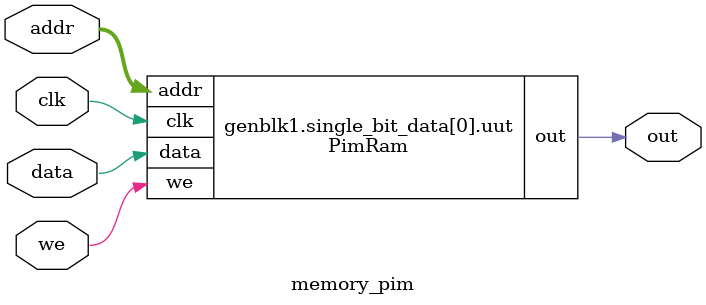
<source format=v>
/****************************************************************

# Description: Performing a recursive depth splitting for 		#

#			   memory_pim memory hard blocks				#

#																#

# Author: Seyed Alireza Damghani (sdamghann@gmail.com)   		#

****************************************************************/



`timescale 1ps/1ps



`define MEM_MAXADDR 9

`define MEM_MAXDATA 36



// depth and data may need to be splited

module memory_pim(clk, we, addr, data, out);



    parameter ADDR_WIDTH = `MEM_MAXADDR;

    parameter DATA_WIDTH = 1;



    input clk;

    input we;

    input [ADDR_WIDTH - 1:0] addr;

    input [DATA_WIDTH - 1:0] data;

    

    output reg [DATA_WIDTH - 1:0] out;    



	genvar i;

	generate 

		// split in depth

		if (ADDR_WIDTH > `MEM_MAXADDR)

		begin

			

            wire [ADDR_WIDTH-2:0] new_addr = addr[ADDR_WIDTH-2:0];

            wire [DATA_WIDTH-1:0] out_h, out_l;





            defparam uut_h.ADDR_WIDTH = ADDR_WIDTH-1;

            defparam uut_h.DATA_WIDTH = DATA_WIDTH;

            memory_pim uut_h (

                .clk(clk), 

                .we(we), 

                .addr(new_addr), 

                .data(data), 

                .out(out_h)

            );



            defparam uut_l.ADDR_WIDTH = ADDR_WIDTH-1;

            defparam uut_l.DATA_WIDTH = DATA_WIDTH;

            memory_pim uut_l (

                .clk(clk), 

                .we(we), 

                .addr(new_addr), 

                .data(data), 

                .out(out_l)

            );



            reg additional_bit;

            always @(posedge clk) additional_bit <= addr[ADDR_WIDTH-1];

            assign out = (additional_bit) ? out_h : out_l;



        end	else begin

            for (i = 0; i < DATA_WIDTH; i = i + 1) begin:single_bit_data

                PimRam uut (

                    .clk(clk), 

                    .we(we), 

                    .addr({ {{`MEM_MAXADDR-ADDR_WIDTH}{1'bx}}, addr[ADDR_WIDTH-1:0] }), 

                    .data(data[i]), 

                    .out(out[i])

                );

            end

        end

    endgenerate



endmodule



(* blackbox *)

module PimRam(clk, data, addr, we, out);



    localparam ADDR_WIDTH = `MEM_MAXADDR;

    localparam DATA_WIDTH = 1;



    input clk;

    input we;

    input [ADDR_WIDTH-1:0] addr;

    input [DATA_WIDTH-1:0] data;

    

    output reg [DATA_WIDTH-1:0] out;

    /*

    reg [DATA_WIDTH-1:0] RAM [(1<<ADDR_WIDTH)-1:0];



    always @(posedge clk)

    begin

        if (we)

                RAM[addr] <= data;

                

        out <= RAM[addr];

    end

    */

endmodule




</source>
